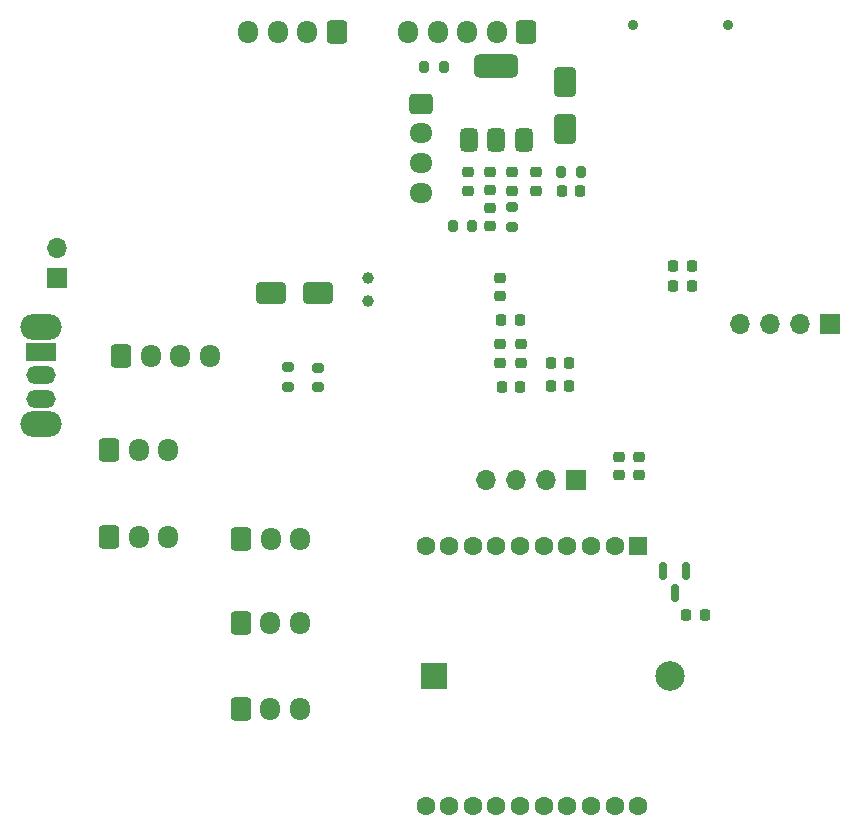
<source format=gbs>
G04 #@! TF.GenerationSoftware,KiCad,Pcbnew,8.0.5*
G04 #@! TF.CreationDate,2024-11-26T16:03:35+07:00*
G04 #@! TF.ProjectId,probe06-ivy,70726f62-6530-4362-9d69-76792e6b6963,1*
G04 #@! TF.SameCoordinates,Original*
G04 #@! TF.FileFunction,Soldermask,Bot*
G04 #@! TF.FilePolarity,Negative*
%FSLAX46Y46*%
G04 Gerber Fmt 4.6, Leading zero omitted, Abs format (unit mm)*
G04 Created by KiCad (PCBNEW 8.0.5) date 2024-11-26 16:03:35*
%MOMM*%
%LPD*%
G01*
G04 APERTURE LIST*
G04 Aperture macros list*
%AMRoundRect*
0 Rectangle with rounded corners*
0 $1 Rounding radius*
0 $2 $3 $4 $5 $6 $7 $8 $9 X,Y pos of 4 corners*
0 Add a 4 corners polygon primitive as box body*
4,1,4,$2,$3,$4,$5,$6,$7,$8,$9,$2,$3,0*
0 Add four circle primitives for the rounded corners*
1,1,$1+$1,$2,$3*
1,1,$1+$1,$4,$5*
1,1,$1+$1,$6,$7*
1,1,$1+$1,$8,$9*
0 Add four rect primitives between the rounded corners*
20,1,$1+$1,$2,$3,$4,$5,0*
20,1,$1+$1,$4,$5,$6,$7,0*
20,1,$1+$1,$6,$7,$8,$9,0*
20,1,$1+$1,$8,$9,$2,$3,0*%
G04 Aperture macros list end*
%ADD10RoundRect,0.250000X-0.600000X-0.725000X0.600000X-0.725000X0.600000X0.725000X-0.600000X0.725000X0*%
%ADD11O,1.700000X1.950000*%
%ADD12RoundRect,0.250000X0.600000X0.725000X-0.600000X0.725000X-0.600000X-0.725000X0.600000X-0.725000X0*%
%ADD13O,3.500000X2.200000*%
%ADD14R,2.500000X1.500000*%
%ADD15O,2.500000X1.500000*%
%ADD16R,1.700000X1.700000*%
%ADD17O,1.700000X1.700000*%
%ADD18RoundRect,0.102000X-0.700000X0.700000X-0.700000X-0.700000X0.700000X-0.700000X0.700000X0.700000X0*%
%ADD19C,1.604000*%
%ADD20C,1.000000*%
%ADD21C,0.900000*%
%ADD22RoundRect,0.250000X-0.725000X0.600000X-0.725000X-0.600000X0.725000X-0.600000X0.725000X0.600000X0*%
%ADD23O,1.950000X1.700000*%
%ADD24RoundRect,0.225000X-0.225000X-0.250000X0.225000X-0.250000X0.225000X0.250000X-0.225000X0.250000X0*%
%ADD25R,2.170000X2.170000*%
%ADD26C,2.500000*%
%ADD27RoundRect,0.225000X0.250000X-0.225000X0.250000X0.225000X-0.250000X0.225000X-0.250000X-0.225000X0*%
%ADD28RoundRect,0.200000X0.275000X-0.200000X0.275000X0.200000X-0.275000X0.200000X-0.275000X-0.200000X0*%
%ADD29RoundRect,0.150000X-0.150000X0.587500X-0.150000X-0.587500X0.150000X-0.587500X0.150000X0.587500X0*%
%ADD30RoundRect,0.225000X-0.250000X0.225000X-0.250000X-0.225000X0.250000X-0.225000X0.250000X0.225000X0*%
%ADD31RoundRect,0.250000X0.650000X-1.000000X0.650000X1.000000X-0.650000X1.000000X-0.650000X-1.000000X0*%
%ADD32RoundRect,0.200000X0.200000X0.275000X-0.200000X0.275000X-0.200000X-0.275000X0.200000X-0.275000X0*%
%ADD33RoundRect,0.200000X-0.275000X0.200000X-0.275000X-0.200000X0.275000X-0.200000X0.275000X0.200000X0*%
%ADD34RoundRect,0.250000X1.000000X0.650000X-1.000000X0.650000X-1.000000X-0.650000X1.000000X-0.650000X0*%
%ADD35RoundRect,0.200000X-0.200000X-0.275000X0.200000X-0.275000X0.200000X0.275000X-0.200000X0.275000X0*%
%ADD36RoundRect,0.375000X0.375000X-0.625000X0.375000X0.625000X-0.375000X0.625000X-0.375000X-0.625000X0*%
%ADD37RoundRect,0.500000X1.400000X-0.500000X1.400000X0.500000X-1.400000X0.500000X-1.400000X-0.500000X0*%
%ADD38RoundRect,0.225000X0.225000X0.250000X-0.225000X0.250000X-0.225000X-0.250000X0.225000X-0.250000X0*%
G04 APERTURE END LIST*
D10*
X113882500Y-109605000D03*
D11*
X116382500Y-109605000D03*
X118882500Y-109605000D03*
D12*
X149202500Y-74285000D03*
D11*
X146702500Y-74285000D03*
X144202500Y-74285000D03*
X141702500Y-74285000D03*
X139202500Y-74285000D03*
D13*
X108112500Y-99215000D03*
X108112500Y-107415000D03*
D14*
X108112500Y-101315000D03*
D15*
X108112500Y-103315000D03*
X108112500Y-105315000D03*
D16*
X153412500Y-112215000D03*
D17*
X150872500Y-112215000D03*
X148332500Y-112215000D03*
X145792500Y-112215000D03*
D10*
X125002500Y-131542000D03*
D11*
X127502500Y-131542000D03*
X130002500Y-131542000D03*
D18*
X158660000Y-117750000D03*
D19*
X156660000Y-117750000D03*
X154660000Y-117750000D03*
X152660000Y-117750000D03*
X150660000Y-117750000D03*
X148660000Y-117750000D03*
X146660000Y-117750000D03*
X144660000Y-117750000D03*
X142660000Y-117750000D03*
X140660000Y-117750000D03*
X140660000Y-139750000D03*
X142660000Y-139750000D03*
X144660000Y-139750000D03*
X146660000Y-139750000D03*
X148660000Y-139750000D03*
X150660000Y-139750000D03*
X152660000Y-139750000D03*
X154660000Y-139750000D03*
X156660000Y-139750000D03*
X158660000Y-139750000D03*
D20*
X135785000Y-96985000D03*
X135785000Y-95085000D03*
D10*
X125002500Y-124324000D03*
D11*
X127502500Y-124324000D03*
X130002500Y-124324000D03*
D21*
X166222500Y-73675000D03*
X158222500Y-73675000D03*
D16*
X109412500Y-95035000D03*
D17*
X109412500Y-92495000D03*
D16*
X174910000Y-98980000D03*
D17*
X172370000Y-98980000D03*
X169830000Y-98980000D03*
X167290000Y-98980000D03*
D10*
X125032500Y-117205000D03*
D11*
X127532500Y-117205000D03*
X130032500Y-117205000D03*
D10*
X113882500Y-116965000D03*
D11*
X116382500Y-116965000D03*
X118882500Y-116965000D03*
D12*
X133142500Y-74285000D03*
D11*
X130642500Y-74285000D03*
X128142500Y-74285000D03*
X125642500Y-74285000D03*
D22*
X140245000Y-80340000D03*
D23*
X140245000Y-82840000D03*
X140245000Y-85340000D03*
X140245000Y-87840000D03*
D10*
X114902500Y-101715000D03*
D11*
X117402500Y-101715000D03*
X119902500Y-101715000D03*
X122402500Y-101715000D03*
D24*
X161630400Y-94036200D03*
X163180400Y-94036200D03*
D25*
X141380000Y-128800000D03*
D26*
X161380000Y-128800000D03*
D27*
X146985000Y-96585000D03*
X146985000Y-95035000D03*
D28*
X131513500Y-104323500D03*
X131513500Y-102673500D03*
D29*
X160800000Y-119850000D03*
X162700000Y-119850000D03*
X161750000Y-121725000D03*
D24*
X151260000Y-102305000D03*
X152810000Y-102305000D03*
D30*
X146140900Y-86118000D03*
X146140900Y-87668000D03*
D24*
X162735000Y-123640000D03*
X164285000Y-123640000D03*
D31*
X152482500Y-82475000D03*
X152482500Y-78475000D03*
D27*
X146980000Y-102245000D03*
X146980000Y-100695000D03*
D24*
X147085000Y-98635000D03*
X148635000Y-98635000D03*
D32*
X144590000Y-90690000D03*
X142940000Y-90690000D03*
D33*
X147970000Y-89080000D03*
X147970000Y-90730000D03*
D34*
X131590000Y-96340000D03*
X127590000Y-96340000D03*
D30*
X147976300Y-86124000D03*
X147976300Y-87674000D03*
D27*
X146140000Y-90680000D03*
X146140000Y-89130000D03*
D33*
X128973500Y-102650000D03*
X128973500Y-104300000D03*
D27*
X148720000Y-102245000D03*
X148720000Y-100695000D03*
D35*
X152132500Y-86115000D03*
X153782500Y-86115000D03*
D32*
X142210900Y-77193000D03*
X140560900Y-77193000D03*
D30*
X144276300Y-86124000D03*
X144276300Y-87674000D03*
D36*
X148952500Y-83405000D03*
X146652500Y-83405000D03*
D37*
X146652500Y-77105000D03*
D36*
X144352500Y-83405000D03*
D30*
X157040000Y-110230000D03*
X157040000Y-111780000D03*
D38*
X153772500Y-87725000D03*
X152222500Y-87725000D03*
D30*
X150006300Y-86124000D03*
X150006300Y-87674000D03*
X158710000Y-110230000D03*
X158710000Y-111780000D03*
D38*
X148645000Y-104265000D03*
X147095000Y-104265000D03*
D24*
X161640000Y-95750000D03*
X163190000Y-95750000D03*
D38*
X152825000Y-104255000D03*
X151275000Y-104255000D03*
M02*

</source>
